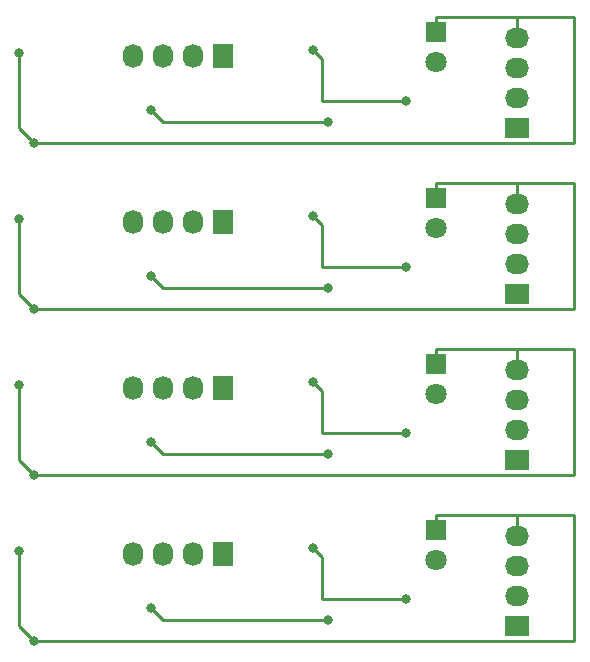
<source format=gbr>
%TF.GenerationSoftware,KiCad,Pcbnew,7.0.9*%
%TF.CreationDate,2023-12-25T23:00:34+05:45*%
%TF.ProjectId,Attiny85_USB_panel,41747469-6e79-4383-955f-5553425f7061,rev?*%
%TF.SameCoordinates,Original*%
%TF.FileFunction,Copper,L2,Bot*%
%TF.FilePolarity,Positive*%
%FSLAX46Y46*%
G04 Gerber Fmt 4.6, Leading zero omitted, Abs format (unit mm)*
G04 Created by KiCad (PCBNEW 7.0.9) date 2023-12-25 23:00:34*
%MOMM*%
%LPD*%
G01*
G04 APERTURE LIST*
%TA.AperFunction,ComponentPad*%
%ADD10R,1.730000X2.030000*%
%TD*%
%TA.AperFunction,ComponentPad*%
%ADD11O,1.730000X2.030000*%
%TD*%
%TA.AperFunction,ComponentPad*%
%ADD12R,2.030000X1.730000*%
%TD*%
%TA.AperFunction,ComponentPad*%
%ADD13O,2.030000X1.730000*%
%TD*%
%TA.AperFunction,ComponentPad*%
%ADD14R,1.800000X1.800000*%
%TD*%
%TA.AperFunction,ComponentPad*%
%ADD15C,1.800000*%
%TD*%
%TA.AperFunction,ViaPad*%
%ADD16C,0.800000*%
%TD*%
%TA.AperFunction,Conductor*%
%ADD17C,0.250000*%
%TD*%
G04 APERTURE END LIST*
D10*
%TO.P,J1,1,Pin_1*%
%TO.N,Net-(J1-Pin_1)*%
X101854000Y-44704000D03*
D11*
%TO.P,J1,2,Pin_2*%
%TO.N,Net-(J1-Pin_2)*%
X99314000Y-44704000D03*
%TO.P,J1,3,Pin_3*%
%TO.N,Net-(J1-Pin_3)*%
X96774000Y-44704000D03*
%TO.P,J1,4,Pin_4*%
%TO.N,+5V*%
X94234000Y-44704000D03*
%TD*%
D12*
%TO.P,J2,1,Pin_1*%
%TO.N,Net-(J2-Pin_1)*%
X126748600Y-64871600D03*
D13*
%TO.P,J2,2,Pin_2*%
%TO.N,Net-(J2-Pin_2)*%
X126748600Y-62331600D03*
%TO.P,J2,3,Pin_3*%
%TO.N,Net-(J2-Pin_3)*%
X126748600Y-59791600D03*
%TO.P,J2,4,Pin_4*%
%TO.N,GND*%
X126748600Y-57251600D03*
%TD*%
D14*
%TO.P,D3,1,K*%
%TO.N,GND*%
X119888000Y-42667000D03*
D15*
%TO.P,D3,2,A*%
%TO.N,Net-(D3-A)*%
X119888000Y-45207000D03*
%TD*%
D14*
%TO.P,D3,1,K*%
%TO.N,GND*%
X119938800Y-84907200D03*
D15*
%TO.P,D3,2,A*%
%TO.N,Net-(D3-A)*%
X119938800Y-87447200D03*
%TD*%
D10*
%TO.P,J1,1,Pin_1*%
%TO.N,Net-(J1-Pin_1)*%
X101902200Y-72872600D03*
D11*
%TO.P,J1,2,Pin_2*%
%TO.N,Net-(J1-Pin_2)*%
X99362200Y-72872600D03*
%TO.P,J1,3,Pin_3*%
%TO.N,Net-(J1-Pin_3)*%
X96822200Y-72872600D03*
%TO.P,J1,4,Pin_4*%
%TO.N,+5V*%
X94282200Y-72872600D03*
%TD*%
D12*
%TO.P,J2,1,Pin_1*%
%TO.N,Net-(J2-Pin_1)*%
X126794200Y-78968600D03*
D13*
%TO.P,J2,2,Pin_2*%
%TO.N,Net-(J2-Pin_2)*%
X126794200Y-76428600D03*
%TO.P,J2,3,Pin_3*%
%TO.N,Net-(J2-Pin_3)*%
X126794200Y-73888600D03*
%TO.P,J2,4,Pin_4*%
%TO.N,GND*%
X126794200Y-71348600D03*
%TD*%
D12*
%TO.P,J2,1,Pin_1*%
%TO.N,Net-(J2-Pin_1)*%
X126746000Y-50800000D03*
D13*
%TO.P,J2,2,Pin_2*%
%TO.N,Net-(J2-Pin_2)*%
X126746000Y-48260000D03*
%TO.P,J2,3,Pin_3*%
%TO.N,Net-(J2-Pin_3)*%
X126746000Y-45720000D03*
%TO.P,J2,4,Pin_4*%
%TO.N,GND*%
X126746000Y-43180000D03*
%TD*%
D14*
%TO.P,D3,1,K*%
%TO.N,GND*%
X119936200Y-70835600D03*
D15*
%TO.P,D3,2,A*%
%TO.N,Net-(D3-A)*%
X119936200Y-73375600D03*
%TD*%
D12*
%TO.P,J2,1,Pin_1*%
%TO.N,Net-(J2-Pin_1)*%
X126796800Y-93040200D03*
D13*
%TO.P,J2,2,Pin_2*%
%TO.N,Net-(J2-Pin_2)*%
X126796800Y-90500200D03*
%TO.P,J2,3,Pin_3*%
%TO.N,Net-(J2-Pin_3)*%
X126796800Y-87960200D03*
%TO.P,J2,4,Pin_4*%
%TO.N,GND*%
X126796800Y-85420200D03*
%TD*%
D10*
%TO.P,J1,1,Pin_1*%
%TO.N,Net-(J1-Pin_1)*%
X101904800Y-86944200D03*
D11*
%TO.P,J1,2,Pin_2*%
%TO.N,Net-(J1-Pin_2)*%
X99364800Y-86944200D03*
%TO.P,J1,3,Pin_3*%
%TO.N,Net-(J1-Pin_3)*%
X96824800Y-86944200D03*
%TO.P,J1,4,Pin_4*%
%TO.N,+5V*%
X94284800Y-86944200D03*
%TD*%
D10*
%TO.P,J1,1,Pin_1*%
%TO.N,Net-(J1-Pin_1)*%
X101856600Y-58775600D03*
D11*
%TO.P,J1,2,Pin_2*%
%TO.N,Net-(J1-Pin_2)*%
X99316600Y-58775600D03*
%TO.P,J1,3,Pin_3*%
%TO.N,Net-(J1-Pin_3)*%
X96776600Y-58775600D03*
%TO.P,J1,4,Pin_4*%
%TO.N,+5V*%
X94236600Y-58775600D03*
%TD*%
D14*
%TO.P,D3,1,K*%
%TO.N,GND*%
X119890600Y-56738600D03*
D15*
%TO.P,D3,2,A*%
%TO.N,Net-(D3-A)*%
X119890600Y-59278600D03*
%TD*%
D16*
%TO.N,GND*%
X85854600Y-66141600D03*
X84632800Y-86690200D03*
X84582000Y-44450000D03*
X85900200Y-80238600D03*
X85852000Y-52070000D03*
X84584600Y-58521600D03*
X84630200Y-72618600D03*
X85902800Y-94310200D03*
%TO.N,Net-(D1-K)*%
X95758000Y-49276000D03*
X95806200Y-77444600D03*
X110744000Y-50292000D03*
X95808800Y-91516200D03*
X110746600Y-64363600D03*
X110794800Y-92532200D03*
X110792200Y-78460600D03*
X95760600Y-63347600D03*
%TO.N,Net-(J1-Pin_2)*%
X117396200Y-76682600D03*
X117350600Y-62585600D03*
X117398800Y-90754200D03*
X117348000Y-48514000D03*
X109476600Y-58267600D03*
X109524800Y-86436200D03*
X109522200Y-72364600D03*
X109474000Y-44196000D03*
%TD*%
D17*
%TO.N,GND*%
X131574600Y-55473600D02*
X126748600Y-55473600D01*
X131620200Y-80238600D02*
X131620200Y-69570600D01*
X84632800Y-93040200D02*
X84632800Y-86690200D01*
X84630200Y-78968600D02*
X84630200Y-72618600D01*
X85852000Y-52070000D02*
X84582000Y-50800000D01*
X85854600Y-66141600D02*
X84584600Y-64871600D01*
X126796800Y-83642200D02*
X126796800Y-85420200D01*
X85900200Y-80238600D02*
X131620200Y-80238600D01*
X131622800Y-83642200D02*
X126796800Y-83642200D01*
X131572000Y-52070000D02*
X131572000Y-41402000D01*
X119936200Y-69570600D02*
X119936200Y-70835600D01*
X126746000Y-41402000D02*
X126746000Y-43180000D01*
X84582000Y-50800000D02*
X84582000Y-44450000D01*
X131574600Y-66141600D02*
X131574600Y-55473600D01*
X126796800Y-83642200D02*
X119938800Y-83642200D01*
X126794200Y-69570600D02*
X126794200Y-71348600D01*
X126794200Y-69570600D02*
X119936200Y-69570600D01*
X126748600Y-55473600D02*
X126748600Y-57251600D01*
X131572000Y-41402000D02*
X126746000Y-41402000D01*
X119890600Y-55473600D02*
X119890600Y-56738600D01*
X131620200Y-69570600D02*
X126794200Y-69570600D01*
X119888000Y-41402000D02*
X119888000Y-42667000D01*
X85854600Y-66141600D02*
X131574600Y-66141600D01*
X84584600Y-64871600D02*
X84584600Y-58521600D01*
X126748600Y-55473600D02*
X119890600Y-55473600D01*
X126746000Y-41402000D02*
X119888000Y-41402000D01*
X131622800Y-94310200D02*
X131622800Y-83642200D01*
X85902800Y-94310200D02*
X131622800Y-94310200D01*
X85900200Y-80238600D02*
X84630200Y-78968600D01*
X85902800Y-94310200D02*
X84632800Y-93040200D01*
X119938800Y-83642200D02*
X119938800Y-84907200D01*
X85852000Y-52070000D02*
X131572000Y-52070000D01*
%TO.N,Net-(D1-K)*%
X95758000Y-49276000D02*
X96774000Y-50292000D01*
X96774000Y-50292000D02*
X110744000Y-50292000D01*
X95760600Y-63347600D02*
X96776600Y-64363600D01*
X96822200Y-78460600D02*
X110792200Y-78460600D01*
X96824800Y-92532200D02*
X110794800Y-92532200D01*
X96776600Y-64363600D02*
X110746600Y-64363600D01*
X95808800Y-91516200D02*
X96824800Y-92532200D01*
X95806200Y-77444600D02*
X96822200Y-78460600D01*
%TO.N,Net-(J1-Pin_2)*%
X109476600Y-58267600D02*
X110238600Y-59029600D01*
X109524800Y-86436200D02*
X110286800Y-87198200D01*
X110286800Y-87198200D02*
X110286800Y-90754200D01*
X110284200Y-76682600D02*
X117396200Y-76682600D01*
X110238600Y-59029600D02*
X110238600Y-62585600D01*
X110284200Y-73126600D02*
X110284200Y-76682600D01*
X110236000Y-44958000D02*
X110236000Y-48514000D01*
X110236000Y-48514000D02*
X117348000Y-48514000D01*
X110238600Y-62585600D02*
X117350600Y-62585600D01*
X109474000Y-44196000D02*
X110236000Y-44958000D01*
X110286800Y-90754200D02*
X117398800Y-90754200D01*
X109522200Y-72364600D02*
X110284200Y-73126600D01*
%TD*%
M02*

</source>
